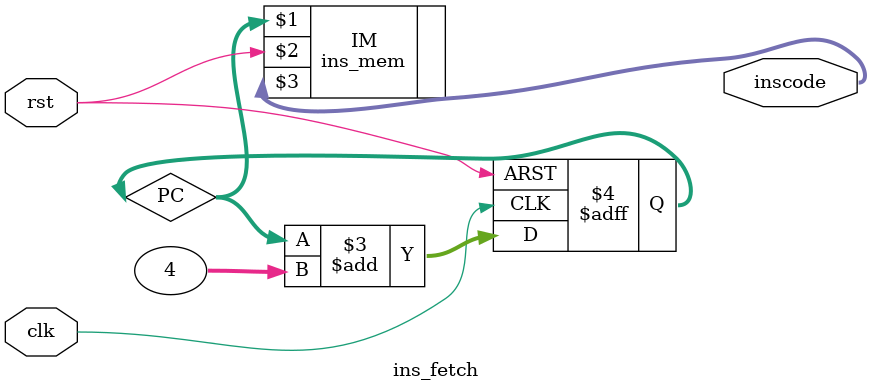
<source format=v>
`timescale 1ns / 1ps


module ins_fetch(clk,rst,inscode);
input clk;
input rst;
output [31:0] inscode;
reg [31:0] PC;

ins_mem IM(PC,rst,inscode);

always @ (posedge clk,negedge rst)
//at posedge clock or when rst=0
begin
if(rst==0)
PC<=0;
else 
PC<= PC+4;

end
endmodule

</source>
